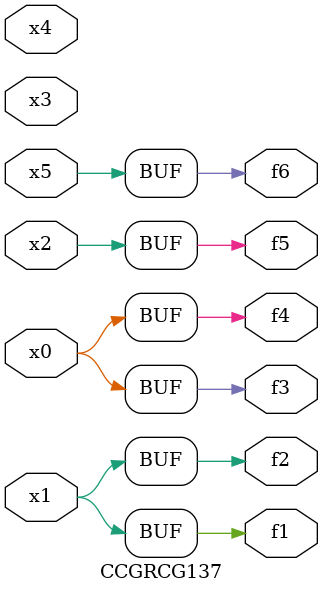
<source format=v>
module CCGRCG137(
	input x0, x1, x2, x3, x4, x5,
	output f1, f2, f3, f4, f5, f6
);
	assign f1 = x1;
	assign f2 = x1;
	assign f3 = x0;
	assign f4 = x0;
	assign f5 = x2;
	assign f6 = x5;
endmodule

</source>
